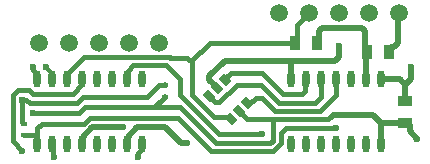
<source format=gtl>
G04*
G04 #@! TF.GenerationSoftware,Altium Limited,Altium Designer,20.2.7 (254)*
G04*
G04 Layer_Physical_Order=1*
G04 Layer_Color=255*
%FSLAX44Y44*%
%MOMM*%
G71*
G04*
G04 #@! TF.SameCoordinates,7A469513-7955-4F55-9394-07B41ED8EACC*
G04*
G04*
G04 #@! TF.FilePolarity,Positive*
G04*
G01*
G75*
%ADD14R,0.9000X1.3000*%
G04:AMPARAMS|DCode=15|XSize=0.6mm|YSize=0.95mm|CornerRadius=0mm|HoleSize=0mm|Usage=FLASHONLY|Rotation=45.000|XOffset=0mm|YOffset=0mm|HoleType=Round|Shape=Rectangle|*
%AMROTATEDRECTD15*
4,1,4,0.1237,-0.5480,-0.5480,0.1237,-0.1237,0.5480,0.5480,-0.1237,0.1237,-0.5480,0.0*
%
%ADD15ROTATEDRECTD15*%

%ADD16R,0.5500X0.4500*%
%ADD17O,0.6000X1.4500*%
%ADD18R,1.3000X0.9000*%
%ADD19C,0.4000*%
%ADD20C,0.5000*%
%ADD21C,0.3000*%
%ADD22C,1.5000*%
%ADD23C,0.6000*%
D14*
X254910Y101600D02*
D03*
X273410D02*
D03*
X315870Y93980D02*
D03*
X334370D02*
D03*
D15*
X195292Y69603D02*
D03*
X188574Y62886D02*
D03*
X181857Y56168D02*
D03*
X200948Y37077D02*
D03*
X207666Y43794D02*
D03*
X214383Y50512D02*
D03*
D16*
X144700Y55880D02*
D03*
Y65880D02*
D03*
X25400Y33020D02*
D03*
Y23020D02*
D03*
D17*
X125650Y70350D02*
D03*
X112950D02*
D03*
X100250D02*
D03*
X87550D02*
D03*
X74850D02*
D03*
X62150D02*
D03*
X49450D02*
D03*
X36750D02*
D03*
X125650Y15850D02*
D03*
X112950D02*
D03*
X100250D02*
D03*
X87550D02*
D03*
X74850D02*
D03*
X62150D02*
D03*
X49450D02*
D03*
X36750D02*
D03*
X327580Y70350D02*
D03*
X314880D02*
D03*
X302180D02*
D03*
X289480D02*
D03*
X276780D02*
D03*
X264080D02*
D03*
X251380D02*
D03*
X327580Y15850D02*
D03*
X314880D02*
D03*
X302180D02*
D03*
X289480D02*
D03*
X276780D02*
D03*
X264080D02*
D03*
X251380D02*
D03*
D18*
X347900Y33850D02*
D03*
Y52350D02*
D03*
D19*
X167005Y85725D02*
X182880Y101600D01*
X254910D01*
X148949Y88900D02*
X163830D01*
X167640Y85090D01*
X113333Y77773D02*
X118110Y82550D01*
X113333Y71115D02*
Y77773D01*
X118110Y82550D02*
X146050D01*
X283210Y36830D02*
X287020Y40640D01*
X254910Y101600D02*
X256540Y103230D01*
Y116840D02*
X266700Y127000D01*
X256540Y103230D02*
Y116840D01*
X125650Y11059D02*
Y15850D01*
X122398Y7807D02*
X125650Y11059D01*
X36750Y70350D02*
Y75141D01*
X33498Y78393D02*
X36750Y75141D01*
X33498Y78393D02*
Y80802D01*
X33020Y81280D02*
X33498Y80802D01*
X49450Y15850D02*
X49833Y15467D01*
Y6724D02*
Y15467D01*
Y6724D02*
X50800Y5756D01*
Y5080D02*
Y5756D01*
X243206Y16324D02*
Y24766D01*
X247650Y29210D01*
X289560D01*
X233877Y16244D02*
X236220Y18587D01*
Y36830D02*
X272332D01*
X236586Y9704D02*
X243206Y16324D01*
X155813Y38100D02*
X184209Y9704D01*
X214630Y36830D02*
X236220D01*
X188226Y16244D02*
X233877D01*
X236220Y18587D02*
Y36830D01*
X184209Y9704D02*
X236586D01*
X157480Y46990D02*
X188226Y16244D01*
X157480Y57150D02*
X190596Y24034D01*
X227330D01*
X272332Y36830D02*
X272332Y36830D01*
X283210D01*
X237766Y43370D02*
X275780D01*
X289480Y57070D02*
Y70350D01*
X275780Y43370D02*
X289480Y57070D01*
X226060Y66040D02*
X241300Y50800D01*
X271780D01*
X276780Y55800D01*
X226656Y54480D02*
X237766Y43370D01*
X207666Y43794D02*
X214630Y36830D01*
X135810Y46990D02*
X157480D01*
X146050Y82550D02*
X157480Y71120D01*
X76390Y89090D02*
X148759D01*
X113333Y71115D02*
X113524Y70924D01*
X62150Y74850D02*
X76390Y89090D01*
X148759D02*
X148949Y88900D01*
X157480Y57150D02*
Y71120D01*
X195031Y70571D02*
X200660Y76200D01*
X226563D01*
X167640Y57150D02*
Y85090D01*
Y57150D02*
X186476Y38314D01*
X199711D01*
X216328Y49274D02*
X221534Y54480D01*
X226656D01*
X190933Y51234D02*
X205740Y66040D01*
X182564Y56168D02*
X187499Y51234D01*
X190933D01*
X81280Y38100D02*
X155813D01*
X25400Y23020D02*
X36750D01*
X260651Y58060D02*
X263580Y60989D01*
X226563Y76200D02*
X244703Y58060D01*
X260651D01*
X263580Y60989D02*
Y65329D01*
X36750Y23020D02*
Y29130D01*
X40640Y33020D02*
X76200D01*
X81280Y38100D01*
X36750Y29130D02*
X40640Y33020D01*
X25400Y53340D02*
X27477D01*
X24130Y35527D02*
Y53340D01*
X32690Y41910D02*
X72390D01*
X70337Y50520D02*
X75697Y55880D01*
X30297Y50520D02*
X70337D01*
X27477Y53340D02*
X30297Y50520D01*
X66810Y58060D02*
X74850Y66100D01*
X33420Y58060D02*
X66810D01*
X29850Y61630D02*
X33420Y58060D01*
X20696Y61630D02*
X29850D01*
X72390Y41910D02*
X77470Y46990D01*
X15840Y18450D02*
Y56774D01*
Y18450D02*
X24130Y10160D01*
X15840Y56774D02*
X20696Y61630D01*
X205740Y66040D02*
X226060D01*
X77470Y46990D02*
X135810D01*
X75697Y55880D02*
X129540D01*
X135810Y46990D02*
X144700Y55880D01*
X129540D02*
X139620Y65960D01*
X144620D01*
X276780Y55800D02*
Y70350D01*
D20*
X321311Y40640D02*
X328101Y33850D01*
X287020Y40640D02*
X321311D01*
X314342Y95926D02*
Y111371D01*
X311413Y114300D02*
X314342Y111371D01*
X273410Y101600D02*
X275245Y103435D01*
Y111371D01*
X278174Y114300D02*
X311413D01*
X275245Y111371D02*
X278174Y114300D01*
X292100Y89289D02*
Y99060D01*
X289171Y86360D02*
X292100Y89289D01*
X195580Y86360D02*
X289171D01*
X251380Y70350D02*
Y83431D01*
X345900Y52350D02*
X347849Y54299D01*
X195031Y69864D02*
X195292Y69603D01*
X195031Y69864D02*
Y70571D01*
X214383Y50512D02*
X215621Y49274D01*
X216328D01*
X181857Y56168D02*
X182564D01*
X188574Y62886D02*
Y63593D01*
X182245Y69922D02*
X188574Y63593D01*
X182245Y69922D02*
Y73025D01*
X264080Y65829D02*
Y70350D01*
X263580Y65329D02*
X264080Y65829D01*
X144691Y30011D02*
X158193Y16510D01*
X163830D01*
X327389Y16041D02*
Y33138D01*
X24130Y53340D02*
X25400D01*
X182245Y73025D02*
X195580Y86360D01*
X75041Y21701D02*
X83070Y29730D01*
X109140D01*
X74850Y15850D02*
X75041Y16041D01*
Y21701D01*
X341950Y100909D02*
Y126050D01*
X339021Y97980D02*
X341950Y100909D01*
X336370Y97980D02*
X339021D01*
X334370Y95980D02*
X336370Y97980D01*
X334370Y93980D02*
Y95980D01*
X347900Y33850D02*
X349900D01*
X328101D02*
X347900D01*
X314342Y95926D02*
X314963Y95305D01*
X352773Y80993D02*
X353060Y81280D01*
X352773Y70936D02*
Y80993D01*
X347849Y66011D02*
X352773Y70936D01*
X317500Y127000D02*
X318916Y128416D01*
X144700Y55880D02*
X144700D01*
X144620Y65960D02*
X144700Y65880D01*
X358060Y20240D02*
Y20240D01*
X349900Y33850D02*
X351900Y31850D01*
Y26400D02*
Y31850D01*
Y26400D02*
X358060Y20240D01*
X62150Y70350D02*
Y74850D01*
X343510Y70350D02*
X347849Y66011D01*
X327580Y70350D02*
X343510D01*
X347849Y54299D02*
Y66011D01*
X345900Y52350D02*
X347900D01*
X341950Y126050D02*
X342900Y127000D01*
X314880Y70350D02*
Y89720D01*
X121451Y30011D02*
X144691D01*
X112950Y15850D02*
X113141Y16041D01*
Y21701D01*
X121451Y30011D01*
X292100Y127000D02*
Y129380D01*
X314689Y70541D02*
Y75062D01*
X292100Y127000D02*
X292875Y126225D01*
X327389Y16041D02*
X327580Y15850D01*
D21*
X199711Y38314D02*
X200948Y37077D01*
X112950Y70350D02*
X113524Y70924D01*
X36750Y15850D02*
Y23020D01*
X24900Y33020D02*
X25400D01*
X24150Y33770D02*
Y35507D01*
Y33770D02*
X24900Y33020D01*
X24130Y35527D02*
X24150Y35507D01*
X49450Y70350D02*
Y75412D01*
X44450Y80412D02*
X49450Y75412D01*
X44450Y80412D02*
Y81280D01*
X74850Y66100D02*
Y70350D01*
D22*
X139700Y101600D02*
D03*
X114300D02*
D03*
X88900D02*
D03*
X63500D02*
D03*
X38100D02*
D03*
X342900Y127000D02*
D03*
X317500D02*
D03*
X292100D02*
D03*
X266700D02*
D03*
X241300D02*
D03*
D23*
X121920Y5080D02*
D03*
X33020Y81280D02*
D03*
X50800Y5080D02*
D03*
X292100Y99060D02*
D03*
X227330Y24034D02*
D03*
X289938Y29405D02*
D03*
X163830Y16510D02*
D03*
X32690Y41910D02*
D03*
X24130Y53340D02*
D03*
Y10160D02*
D03*
X44450Y81280D02*
D03*
X353060D02*
D03*
X358060Y20240D02*
D03*
X109140Y29730D02*
D03*
M02*

</source>
